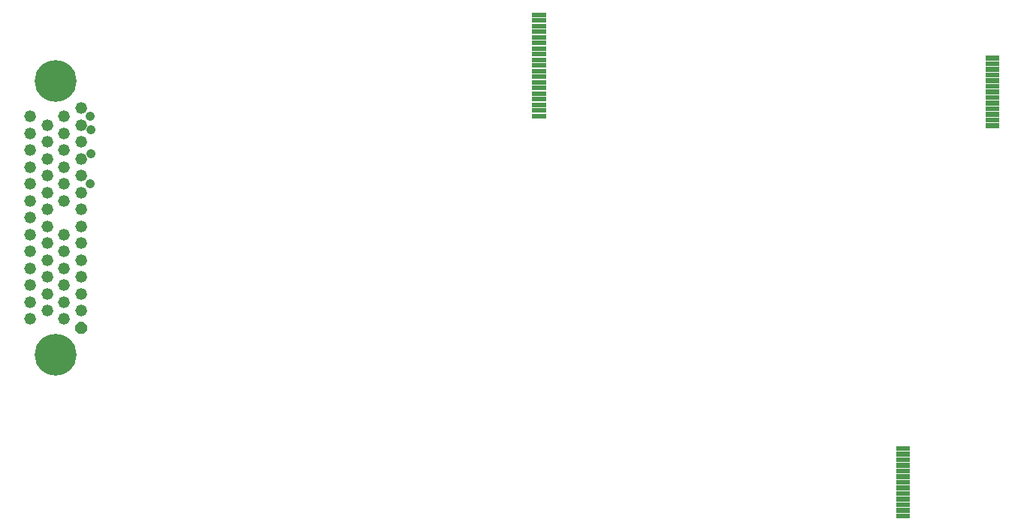
<source format=gbr>
G04 start of page 11 for group -4063 idx -4063
G04 Title: TFlex, componentmask *
G04 Creator: pcb-bin 20060822 *
G04 CreationDate: Thu May  3 09:53:11 2007 UTC *
G04 For: stephan *
G04 Format: Gerber/RS-274X *
G04 PCB-Dimensions: 500000 300000 *
G04 PCB-Coordinate-Origin: lower left *
%MOIN*%
%FSLAX24Y24*%
%LNFRONTMASK*%
%ADD11C,0.0520*%
%ADD12C,0.0200*%
%ADD13C,0.1860*%
%ADD14C,0.0410*%
%ADD15R,0.0210X0.0210*%
G54D11*%LNFRONTMASK_D1*%
%LPD*%
X4325Y15000D03*
Y15750D03*
Y16500D03*
Y17250D03*
Y18000D03*
Y18750D03*
Y19500D03*
Y20250D03*
Y21000D03*
Y21750D03*
Y22500D03*
X3575Y14625D03*
Y15375D03*
Y16125D03*
Y16875D03*
Y18375D03*
Y19125D03*
Y19875D03*
Y20625D03*
Y21375D03*
X4325Y13500D03*
Y14250D03*
X3575Y13125D03*
G54D12*G36*
X4585Y12857D02*X4432Y13010D01*
X4217D01*
X4065Y12857D01*
Y12642D01*
X4217Y12490D01*
X4432D01*
X4585Y12642D01*
Y12857D01*
G37*
G54D11*X3575Y13875D03*
X2825Y18000D03*
Y18750D03*
Y19500D03*
Y20250D03*
Y21000D03*
Y21750D03*
Y15000D03*
Y15750D03*
X2075Y15375D03*
X2825Y16500D03*
Y17250D03*
X2075Y16125D03*
Y16875D03*
X3575Y22125D03*
G54D13*X3200Y23700D03*
G54D11*X2075Y22125D03*
X2825Y13500D03*
Y14250D03*
X2075Y13125D03*
Y13875D03*
G54D13*X3200Y11550D03*
G54D11*X2075Y14625D03*
Y17625D03*
Y19875D03*
Y20625D03*
Y18375D03*
Y21375D03*
Y19125D03*
G54D14*X4775Y20475D03*
X4725Y19125D03*
X4775Y21525D03*
X4725Y22125D03*
G54D15*X40600Y4375D02*X41000D01*
X40600Y4625D02*X41000D01*
X40600Y4875D02*X41000D01*
X40600Y5125D02*X41000D01*
X40600Y5375D02*X41000D01*
X40600Y5625D02*X41000D01*
X40600Y5875D02*X41000D01*
X40600Y6125D02*X41000D01*
X40600Y6375D02*X41000D01*
X40600Y6625D02*X41000D01*
X40600Y6875D02*X41000D01*
X40600Y7125D02*X41000D01*
X40600Y7375D02*X41000D01*
X44575Y21725D02*X44975D01*
X44575Y21975D02*X44975D01*
X44575Y22225D02*X44975D01*
X44575Y22475D02*X44975D01*
X44575Y22725D02*X44975D01*
X44575Y22975D02*X44975D01*
X44575Y23225D02*X44975D01*
X44575Y23475D02*X44975D01*
X44575Y23725D02*X44975D01*
X44575Y23975D02*X44975D01*
X44575Y24225D02*X44975D01*
X44575Y24475D02*X44975D01*
X44575Y24725D02*X44975D01*
X24450Y22150D02*X24850D01*
X24450Y22400D02*X24850D01*
X24450Y22650D02*X24850D01*
X24450Y22900D02*X24850D01*
X24450Y23150D02*X24850D01*
X24450Y23400D02*X24850D01*
X24450Y23650D02*X24850D01*
X24450Y23900D02*X24850D01*
X24450Y24150D02*X24850D01*
X24450Y24400D02*X24850D01*
X24450Y24650D02*X24850D01*
X24450Y24900D02*X24850D01*
X24450Y25150D02*X24850D01*
X24450Y25400D02*X24850D01*
X24450Y25650D02*X24850D01*
X24450Y25900D02*X24850D01*
X24450Y26150D02*X24850D01*
X24450Y26400D02*X24850D01*
X24450Y26650D02*X24850D01*
M02*

</source>
